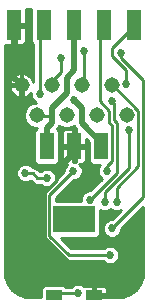
<source format=gbl>
G75*
%MOIN*%
%OFA0B0*%
%FSLAX24Y24*%
%IPPOS*%
%LPD*%
%AMOC8*
5,1,8,0,0,1.08239X$1,22.5*
%
%ADD10C,0.0515*%
%ADD11R,0.0500X0.1000*%
%ADD12R,0.0480X0.0880*%
%ADD13R,0.1417X0.0866*%
%ADD14R,0.0551X0.0354*%
%ADD15C,0.0200*%
%ADD16C,0.0100*%
%ADD17C,0.0270*%
D10*
X002517Y006500D03*
X003017Y007500D03*
X003517Y006500D03*
X004017Y007500D03*
X004517Y006500D03*
X005017Y007500D03*
X005517Y006500D03*
X002017Y007500D03*
D11*
X001767Y009500D03*
X002767Y009500D03*
X003767Y009500D03*
X004767Y009500D03*
X005767Y009500D03*
D12*
X004677Y005470D03*
X003767Y005470D03*
X002857Y005470D03*
D13*
X003767Y003030D03*
D14*
X004436Y000500D03*
X003097Y000500D03*
D15*
X003187Y004750D02*
X002517Y004750D01*
X002017Y005250D01*
X002017Y007500D01*
X001767Y007750D01*
X001767Y009500D01*
X003517Y007750D02*
X003517Y007250D01*
X003017Y006750D01*
X003017Y006490D01*
X003017Y006250D01*
X002857Y006090D01*
X002857Y005470D01*
X003187Y004750D02*
X003267Y004750D01*
X003767Y005250D01*
X003767Y005470D01*
X004017Y006250D02*
X004677Y005590D01*
X004677Y005470D01*
X004017Y006250D02*
X004017Y006750D01*
X003767Y007000D01*
X003517Y007750D02*
X003767Y008000D01*
X003767Y009500D01*
D16*
X001477Y001125D02*
X001554Y000887D01*
X001701Y000684D01*
X001903Y000537D01*
X002142Y000460D01*
X002267Y000450D01*
X002652Y000450D01*
X002652Y000748D01*
X002751Y000847D01*
X003443Y000847D01*
X003501Y000790D01*
X003695Y000790D01*
X003734Y000829D01*
X003846Y000875D01*
X003967Y000875D01*
X004079Y000829D01*
X004095Y000813D01*
X004102Y000817D01*
X004141Y000827D01*
X004397Y000827D01*
X004397Y000539D01*
X004475Y000539D01*
X004475Y000827D01*
X004731Y000827D01*
X004769Y000817D01*
X004804Y000797D01*
X004832Y000769D01*
X004851Y000735D01*
X004862Y000697D01*
X004862Y000539D01*
X004475Y000539D01*
X004475Y000461D01*
X004862Y000461D01*
X004862Y000450D01*
X005267Y000450D01*
X005392Y000460D01*
X005630Y000537D01*
X005832Y000684D01*
X005979Y000887D01*
X006057Y001125D01*
X006067Y001250D01*
X006067Y003459D01*
X005332Y002724D01*
X005332Y002669D01*
X005285Y002557D01*
X005199Y002471D01*
X005087Y002425D01*
X004966Y002425D01*
X004854Y002471D01*
X004768Y002557D01*
X004722Y002669D01*
X004722Y002791D01*
X004768Y002903D01*
X004854Y002989D01*
X004966Y003035D01*
X005021Y003035D01*
X005321Y003336D01*
X005247Y003305D01*
X005126Y003305D01*
X005014Y003351D01*
X004987Y003379D01*
X004959Y003351D01*
X004847Y003305D01*
X004726Y003305D01*
X004645Y003338D01*
X004645Y002526D01*
X004546Y002427D01*
X003321Y002427D01*
X003678Y002070D01*
X004755Y002070D01*
X004794Y002109D01*
X004906Y002155D01*
X005027Y002155D01*
X005139Y002109D01*
X005225Y002023D01*
X006067Y002023D01*
X006067Y001925D02*
X005266Y001925D01*
X005272Y001911D02*
X005225Y002023D01*
X005272Y001911D02*
X005272Y001789D01*
X005225Y001677D01*
X005139Y001591D01*
X005027Y001545D01*
X004906Y001545D01*
X004794Y001591D01*
X004755Y001630D01*
X003496Y001630D01*
X002856Y002270D01*
X002727Y002399D01*
X002727Y003941D01*
X002891Y004105D01*
X002806Y004105D01*
X002694Y004151D01*
X002655Y004190D01*
X002456Y004190D01*
X002327Y004319D01*
X002319Y004311D01*
X002207Y004265D01*
X002086Y004265D01*
X001974Y004311D01*
X001888Y004397D01*
X001842Y004509D01*
X001842Y004631D01*
X001888Y004743D01*
X001974Y004829D01*
X002086Y004875D01*
X002207Y004875D01*
X002319Y004829D01*
X002358Y004790D01*
X002478Y004790D01*
X002638Y004630D01*
X002655Y004630D01*
X002694Y004669D01*
X002806Y004715D01*
X002927Y004715D01*
X003039Y004669D01*
X003125Y004583D01*
X003172Y004471D01*
X003172Y004386D01*
X003442Y004656D01*
X003442Y004711D01*
X003488Y004823D01*
X003545Y004880D01*
X003507Y004880D01*
X003469Y004890D01*
X003435Y004910D01*
X003407Y004938D01*
X003387Y004972D01*
X003377Y005010D01*
X003377Y005420D01*
X003717Y005420D01*
X003717Y004955D01*
X003807Y004955D01*
X003817Y004951D01*
X003817Y005420D01*
X003817Y005520D01*
X004157Y005520D01*
X004157Y005728D01*
X004267Y005618D01*
X004267Y004960D01*
X004366Y004860D01*
X004645Y004860D01*
X004608Y004823D01*
X004562Y004711D01*
X004562Y004589D01*
X004608Y004477D01*
X004694Y004391D01*
X004696Y004391D01*
X004301Y003995D01*
X004246Y003995D01*
X004134Y003949D01*
X004048Y003863D01*
X004002Y003751D01*
X004002Y003633D01*
X003167Y003633D01*
X003167Y003759D01*
X003753Y004345D01*
X003807Y004345D01*
X003919Y004391D01*
X004005Y004477D01*
X004052Y004589D01*
X004052Y004711D01*
X004005Y004823D01*
X003948Y004880D01*
X004026Y004880D01*
X004065Y004890D01*
X004099Y004910D01*
X004127Y004938D01*
X004146Y004972D01*
X004157Y005010D01*
X004157Y005420D01*
X003817Y005420D01*
X003717Y005420D01*
X003717Y005520D01*
X003717Y006060D01*
X003507Y006060D01*
X003469Y006050D01*
X003435Y006030D01*
X003407Y006002D01*
X003387Y005968D01*
X003377Y005930D01*
X003377Y005520D01*
X003717Y005520D01*
X003817Y005520D01*
X003817Y006060D01*
X003825Y006060D01*
X003788Y006097D01*
X003767Y006146D01*
X003759Y006138D01*
X003602Y006073D01*
X003432Y006073D01*
X003275Y006138D01*
X003266Y006146D01*
X003246Y006097D01*
X003198Y006049D01*
X003267Y005980D01*
X003267Y004960D01*
X003167Y004860D01*
X002546Y004860D01*
X002447Y004960D01*
X002447Y005980D01*
X002539Y006073D01*
X002432Y006073D01*
X002275Y006138D01*
X002154Y006258D01*
X002089Y006415D01*
X002089Y006585D01*
X002154Y006742D01*
X002275Y006862D01*
X002432Y006927D01*
X002512Y006927D01*
X002454Y006951D01*
X002368Y007037D01*
X002322Y007149D01*
X002322Y007229D01*
X002282Y007189D01*
X002230Y007151D01*
X002173Y007122D01*
X002112Y007103D01*
X002049Y007093D01*
X002045Y007093D01*
X002045Y007471D01*
X001988Y007471D01*
X001988Y007093D01*
X001985Y007093D01*
X001921Y007103D01*
X001860Y007122D01*
X001803Y007151D01*
X001751Y007189D01*
X001706Y007235D01*
X001668Y007286D01*
X001639Y007344D01*
X001619Y007405D01*
X001609Y007468D01*
X001609Y007471D01*
X001988Y007471D01*
X001988Y007529D01*
X001988Y007907D01*
X001985Y007907D01*
X001921Y007897D01*
X001860Y007878D01*
X001803Y007849D01*
X001751Y007811D01*
X001706Y007765D01*
X001668Y007714D01*
X001639Y007656D01*
X001619Y007595D01*
X001609Y007532D01*
X001609Y007529D01*
X001988Y007529D01*
X002045Y007529D01*
X002045Y007907D01*
X002049Y007907D01*
X002112Y007897D01*
X002173Y007878D01*
X002230Y007849D01*
X002282Y007811D01*
X002327Y007765D01*
X002365Y007714D01*
X002394Y007656D01*
X002407Y007618D01*
X002407Y008870D01*
X002347Y008930D01*
X002347Y010050D01*
X002159Y010050D01*
X002167Y010020D01*
X002167Y009550D01*
X001817Y009550D01*
X001817Y009450D01*
X002167Y009450D01*
X002167Y008980D01*
X002156Y008942D01*
X002137Y008908D01*
X002109Y008880D01*
X002075Y008860D01*
X002036Y008850D01*
X001817Y008850D01*
X001817Y009450D01*
X001717Y009450D01*
X001717Y008850D01*
X001497Y008850D01*
X001467Y008858D01*
X001467Y001250D01*
X001477Y001125D01*
X001476Y001137D02*
X006058Y001137D01*
X006065Y001235D02*
X001468Y001235D01*
X001467Y001334D02*
X006067Y001334D01*
X006067Y001432D02*
X001467Y001432D01*
X001467Y001531D02*
X006067Y001531D01*
X006067Y001629D02*
X005177Y001629D01*
X005246Y001728D02*
X006067Y001728D01*
X006067Y001826D02*
X005272Y001826D01*
X005108Y002122D02*
X006067Y002122D01*
X006067Y002220D02*
X003528Y002220D01*
X003626Y002122D02*
X004825Y002122D01*
X004967Y001850D02*
X003587Y001850D01*
X002947Y002490D01*
X002947Y003850D01*
X003747Y004650D01*
X003948Y004880D02*
X004347Y004880D01*
X004267Y004978D02*
X004148Y004978D01*
X004157Y005077D02*
X004267Y005077D01*
X004267Y005175D02*
X004157Y005175D01*
X004157Y005274D02*
X004267Y005274D01*
X004267Y005372D02*
X004157Y005372D01*
X004267Y005471D02*
X003817Y005471D01*
X003817Y005569D02*
X003717Y005569D01*
X003717Y005471D02*
X003267Y005471D01*
X003267Y005569D02*
X003377Y005569D01*
X003377Y005668D02*
X003267Y005668D01*
X003267Y005766D02*
X003377Y005766D01*
X003377Y005865D02*
X003267Y005865D01*
X003267Y005963D02*
X003386Y005963D01*
X003210Y006062D02*
X003823Y006062D01*
X003817Y005963D02*
X003717Y005963D01*
X003717Y005865D02*
X003817Y005865D01*
X003817Y005766D02*
X003717Y005766D01*
X003717Y005668D02*
X003817Y005668D01*
X003817Y005372D02*
X003717Y005372D01*
X003717Y005274D02*
X003817Y005274D01*
X003817Y005175D02*
X003717Y005175D01*
X003717Y005077D02*
X003817Y005077D01*
X003817Y004978D02*
X003717Y004978D01*
X003545Y004880D02*
X003187Y004880D01*
X003267Y004978D02*
X003385Y004978D01*
X003377Y005077D02*
X003267Y005077D01*
X003267Y005175D02*
X003377Y005175D01*
X003377Y005274D02*
X003267Y005274D01*
X003267Y005372D02*
X003377Y005372D01*
X003471Y004781D02*
X002487Y004781D01*
X002527Y004880D02*
X001467Y004880D01*
X001467Y004978D02*
X002447Y004978D01*
X002447Y005077D02*
X001467Y005077D01*
X001467Y005175D02*
X002447Y005175D01*
X002447Y005274D02*
X001467Y005274D01*
X001467Y005372D02*
X002447Y005372D01*
X002447Y005471D02*
X001467Y005471D01*
X001467Y005569D02*
X002447Y005569D01*
X002447Y005668D02*
X001467Y005668D01*
X001467Y005766D02*
X002447Y005766D01*
X002447Y005865D02*
X001467Y005865D01*
X001467Y005963D02*
X002447Y005963D01*
X002528Y006062D02*
X001467Y006062D01*
X001467Y006160D02*
X002252Y006160D01*
X002154Y006259D02*
X001467Y006259D01*
X001467Y006357D02*
X002113Y006357D01*
X002089Y006456D02*
X001467Y006456D01*
X001467Y006554D02*
X002089Y006554D01*
X002117Y006653D02*
X001467Y006653D01*
X001467Y006751D02*
X002163Y006751D01*
X002262Y006850D02*
X001467Y006850D01*
X001467Y006948D02*
X002462Y006948D01*
X002364Y007047D02*
X001467Y007047D01*
X001467Y007145D02*
X001816Y007145D01*
X001699Y007244D02*
X001467Y007244D01*
X001467Y007342D02*
X001640Y007342D01*
X001614Y007441D02*
X001467Y007441D01*
X001467Y007539D02*
X001610Y007539D01*
X001633Y007638D02*
X001467Y007638D01*
X001467Y007736D02*
X001684Y007736D01*
X001784Y007835D02*
X001467Y007835D01*
X001467Y007933D02*
X002407Y007933D01*
X002407Y007835D02*
X002249Y007835D01*
X002349Y007736D02*
X002407Y007736D01*
X002400Y007638D02*
X002407Y007638D01*
X002407Y008032D02*
X001467Y008032D01*
X001467Y008130D02*
X002407Y008130D01*
X002407Y008229D02*
X001467Y008229D01*
X001467Y008327D02*
X002407Y008327D01*
X002407Y008426D02*
X001467Y008426D01*
X001467Y008524D02*
X002407Y008524D01*
X002407Y008623D02*
X001467Y008623D01*
X001467Y008721D02*
X002407Y008721D01*
X002407Y008820D02*
X001467Y008820D01*
X001717Y008918D02*
X001817Y008918D01*
X001817Y009017D02*
X001717Y009017D01*
X001717Y009115D02*
X001817Y009115D01*
X001817Y009214D02*
X001717Y009214D01*
X001717Y009312D02*
X001817Y009312D01*
X001817Y009411D02*
X001717Y009411D01*
X001817Y009509D02*
X002347Y009509D01*
X002347Y009411D02*
X002167Y009411D01*
X002167Y009312D02*
X002347Y009312D01*
X002347Y009214D02*
X002167Y009214D01*
X002167Y009115D02*
X002347Y009115D01*
X002347Y009017D02*
X002167Y009017D01*
X002143Y008918D02*
X002358Y008918D01*
X002627Y009370D02*
X002707Y009450D01*
X002767Y009500D01*
X002627Y009370D02*
X002627Y007210D01*
X002323Y007145D02*
X002218Y007145D01*
X002045Y007145D02*
X001988Y007145D01*
X001988Y007244D02*
X002045Y007244D01*
X002045Y007342D02*
X001988Y007342D01*
X001988Y007441D02*
X002045Y007441D01*
X002045Y007539D02*
X001988Y007539D01*
X001988Y007638D02*
X002045Y007638D01*
X002045Y007736D02*
X001988Y007736D01*
X001988Y007835D02*
X002045Y007835D01*
X002947Y007530D02*
X003017Y007500D01*
X002947Y007530D02*
X003347Y007930D01*
X003347Y008410D01*
X004087Y007570D02*
X004017Y007500D01*
X004087Y007570D02*
X004087Y008650D01*
X004627Y009370D02*
X004707Y009450D01*
X004767Y009500D01*
X004627Y009370D02*
X004627Y006970D01*
X004947Y006650D01*
X004947Y006250D01*
X005027Y006170D01*
X005027Y004970D01*
X004867Y004810D01*
X004867Y004650D01*
X004591Y004781D02*
X004023Y004781D01*
X004052Y004683D02*
X004562Y004683D01*
X004564Y004584D02*
X004049Y004584D01*
X004009Y004486D02*
X004605Y004486D01*
X004693Y004387D02*
X003909Y004387D01*
X003696Y004289D02*
X004594Y004289D01*
X004496Y004190D02*
X003598Y004190D01*
X003499Y004092D02*
X004397Y004092D01*
X004241Y003993D02*
X003401Y003993D01*
X003302Y003895D02*
X004080Y003895D01*
X004020Y003796D02*
X003204Y003796D01*
X003167Y003698D02*
X004002Y003698D01*
X004307Y003690D02*
X005187Y004570D01*
X005187Y006250D01*
X005107Y006330D01*
X005107Y006890D01*
X005027Y006970D01*
X005017Y007500D02*
X005027Y007530D01*
X005907Y006650D01*
X005907Y004810D01*
X005187Y004090D01*
X005187Y003610D01*
X005289Y003304D02*
X004645Y003304D01*
X004645Y003205D02*
X005191Y003205D01*
X005092Y003107D02*
X004645Y003107D01*
X004645Y003008D02*
X004901Y003008D01*
X004775Y002910D02*
X004645Y002910D01*
X004645Y002811D02*
X004730Y002811D01*
X004722Y002713D02*
X004645Y002713D01*
X004645Y002614D02*
X004745Y002614D01*
X004810Y002516D02*
X004634Y002516D01*
X005027Y002730D02*
X006067Y003770D01*
X006067Y007690D01*
X005347Y008410D01*
X005347Y008570D01*
X005027Y008490D02*
X005027Y008730D01*
X005747Y009450D01*
X005767Y009500D01*
X005027Y008490D02*
X005507Y008010D01*
X005507Y007530D01*
X005587Y006010D02*
X005587Y004730D01*
X004787Y003930D01*
X004787Y003610D01*
X005419Y002811D02*
X006067Y002811D01*
X006067Y002713D02*
X005332Y002713D01*
X005309Y002614D02*
X006067Y002614D01*
X006067Y002516D02*
X005244Y002516D01*
X005517Y002910D02*
X006067Y002910D01*
X006067Y003008D02*
X005616Y003008D01*
X005714Y003107D02*
X006067Y003107D01*
X006067Y003205D02*
X005813Y003205D01*
X005911Y003304D02*
X006067Y003304D01*
X006067Y003402D02*
X006010Y003402D01*
X006067Y002417D02*
X003331Y002417D01*
X003429Y002319D02*
X006067Y002319D01*
X006029Y001038D02*
X001505Y001038D01*
X001537Y000940D02*
X005997Y000940D01*
X005946Y000841D02*
X004049Y000841D01*
X003907Y000570D02*
X003107Y000570D01*
X003097Y000500D01*
X003450Y000841D02*
X003764Y000841D01*
X004387Y000810D02*
X004387Y000570D01*
X004436Y000500D01*
X004397Y000546D02*
X004475Y000546D01*
X004475Y000644D02*
X004397Y000644D01*
X004397Y000743D02*
X004475Y000743D01*
X004387Y000810D02*
X002787Y002410D01*
X002787Y003930D01*
X003187Y004330D01*
X003187Y004750D01*
X003124Y004584D02*
X003370Y004584D01*
X003442Y004683D02*
X003006Y004683D01*
X003166Y004486D02*
X003271Y004486D01*
X003173Y004387D02*
X003172Y004387D01*
X002867Y004410D02*
X002547Y004410D01*
X002387Y004570D01*
X002147Y004570D01*
X002264Y004289D02*
X002357Y004289D01*
X002456Y004190D02*
X001467Y004190D01*
X001467Y004092D02*
X002877Y004092D01*
X002779Y003993D02*
X001467Y003993D01*
X001467Y003895D02*
X002727Y003895D01*
X002727Y003796D02*
X001467Y003796D01*
X001467Y003698D02*
X002727Y003698D01*
X002727Y003599D02*
X001467Y003599D01*
X001467Y003501D02*
X002727Y003501D01*
X002727Y003402D02*
X001467Y003402D01*
X001467Y003304D02*
X002727Y003304D01*
X002727Y003205D02*
X001467Y003205D01*
X001467Y003107D02*
X002727Y003107D01*
X002727Y003008D02*
X001467Y003008D01*
X001467Y002910D02*
X002727Y002910D01*
X002727Y002811D02*
X001467Y002811D01*
X001467Y002713D02*
X002727Y002713D01*
X002727Y002614D02*
X001467Y002614D01*
X001467Y002516D02*
X002727Y002516D01*
X002727Y002417D02*
X001467Y002417D01*
X001467Y002319D02*
X002807Y002319D01*
X002906Y002220D02*
X001467Y002220D01*
X001467Y002122D02*
X003004Y002122D01*
X003103Y002023D02*
X001467Y002023D01*
X001467Y001925D02*
X003201Y001925D01*
X003300Y001826D02*
X001467Y001826D01*
X001467Y001728D02*
X003398Y001728D01*
X002745Y000841D02*
X001587Y000841D01*
X001659Y000743D02*
X002652Y000743D01*
X002652Y000644D02*
X001756Y000644D01*
X001892Y000546D02*
X002652Y000546D01*
X001467Y001629D02*
X004756Y001629D01*
X004847Y000743D02*
X005875Y000743D01*
X005777Y000644D02*
X004862Y000644D01*
X004862Y000546D02*
X005641Y000546D01*
X002728Y004683D02*
X002585Y004683D01*
X002029Y004289D02*
X001467Y004289D01*
X001467Y004387D02*
X001898Y004387D01*
X001852Y004486D02*
X001467Y004486D01*
X001467Y004584D02*
X001842Y004584D01*
X001863Y004683D02*
X001467Y004683D01*
X001467Y004781D02*
X001926Y004781D01*
X002517Y006500D02*
X002547Y006490D01*
X003017Y006490D01*
X004157Y005668D02*
X004217Y005668D01*
X004267Y005569D02*
X004157Y005569D01*
X002347Y009608D02*
X002167Y009608D01*
X002167Y009706D02*
X002347Y009706D01*
X002347Y009805D02*
X002167Y009805D01*
X002167Y009903D02*
X002347Y009903D01*
X002347Y010002D02*
X002167Y010002D01*
D17*
X003347Y008410D03*
X004087Y008650D03*
X005347Y008570D03*
X005507Y007530D03*
X005027Y006970D03*
X005587Y006010D03*
X004867Y004650D03*
X004787Y003610D03*
X005187Y003610D03*
X005027Y002730D03*
X004967Y001850D03*
X003907Y000570D03*
X004307Y003690D03*
X003747Y004650D03*
X002867Y004410D03*
X002147Y004570D03*
X003767Y007000D03*
X002627Y007210D03*
M02*

</source>
